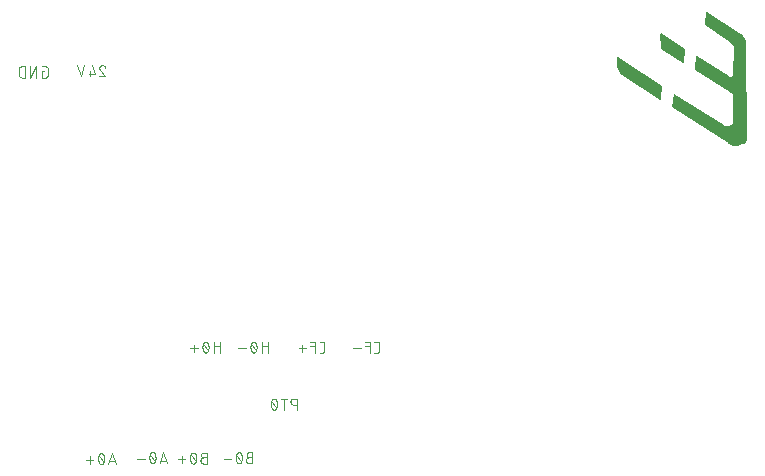
<source format=gbr>
G04 EAGLE Gerber RS-274X export*
G75*
%MOMM*%
%FSLAX34Y34*%
%LPD*%
%INSilkscreen Bottom*%
%IPPOS*%
%AMOC8*
5,1,8,0,0,1.08239X$1,22.5*%
G01*
%ADD10C,0.076200*%

G36*
X910878Y482846D02*
X910878Y482846D01*
X910906Y482854D01*
X910946Y482855D01*
X912768Y483271D01*
X912794Y483283D01*
X912833Y483292D01*
X914550Y484029D01*
X914553Y484031D01*
X914557Y484032D01*
X915520Y484468D01*
X915546Y484488D01*
X915590Y484509D01*
X916437Y485141D01*
X916459Y485167D01*
X916497Y485197D01*
X917189Y485996D01*
X917205Y486025D01*
X917236Y486063D01*
X917741Y486991D01*
X917750Y487024D01*
X917772Y487067D01*
X918067Y488082D01*
X918069Y488111D01*
X918081Y488215D01*
X918057Y488562D01*
X918061Y488588D01*
X918073Y488611D01*
X918072Y488646D01*
X918082Y488697D01*
X917828Y567941D01*
X917841Y569456D01*
X917835Y569480D01*
X917837Y569512D01*
X917626Y571013D01*
X917618Y571033D01*
X917617Y571052D01*
X917615Y571056D01*
X917614Y571068D01*
X917183Y572521D01*
X917171Y572542D01*
X917163Y572573D01*
X916523Y573947D01*
X916505Y573970D01*
X916488Y574006D01*
X915299Y575682D01*
X915279Y575700D01*
X915258Y575731D01*
X913805Y577184D01*
X913782Y577199D01*
X913756Y577225D01*
X912080Y578414D01*
X912074Y578416D01*
X912069Y578422D01*
X884637Y596456D01*
X884584Y596475D01*
X884535Y596503D01*
X884504Y596505D01*
X884474Y596515D01*
X884418Y596509D01*
X884362Y596512D01*
X884333Y596500D01*
X884302Y596497D01*
X884254Y596466D01*
X884202Y596444D01*
X884182Y596420D01*
X884156Y596404D01*
X884127Y596355D01*
X884090Y596312D01*
X884080Y596278D01*
X884066Y596255D01*
X884063Y596221D01*
X884049Y596173D01*
X883033Y585251D01*
X883040Y585207D01*
X883036Y585162D01*
X883051Y585122D01*
X883057Y585080D01*
X883082Y585042D01*
X883099Y585001D01*
X883135Y584965D01*
X883154Y584936D01*
X883177Y584923D01*
X883202Y584899D01*
X904269Y570939D01*
X905309Y570099D01*
X906162Y569092D01*
X906811Y567944D01*
X907234Y566694D01*
X907415Y565384D01*
X906655Y542835D01*
X906583Y542386D01*
X906412Y541992D01*
X906148Y541652D01*
X905808Y541388D01*
X905414Y541217D01*
X904983Y541148D01*
X904355Y541185D01*
X903738Y541339D01*
X903152Y541609D01*
X875996Y558867D01*
X875949Y558883D01*
X875907Y558908D01*
X875869Y558911D01*
X875832Y558924D01*
X875783Y558918D01*
X875734Y558922D01*
X875699Y558908D01*
X875660Y558903D01*
X875619Y558876D01*
X875574Y558857D01*
X875548Y558829D01*
X875516Y558807D01*
X875491Y558765D01*
X875458Y558728D01*
X875445Y558685D01*
X875429Y558658D01*
X875427Y558628D01*
X875414Y558590D01*
X874144Y547668D01*
X874150Y547616D01*
X874147Y547564D01*
X874160Y547531D01*
X874164Y547496D01*
X874192Y547452D01*
X874212Y547403D01*
X874242Y547375D01*
X874258Y547350D01*
X874285Y547334D01*
X874318Y547303D01*
X903768Y528516D01*
X905095Y527507D01*
X906225Y526307D01*
X906587Y525744D01*
X906826Y525123D01*
X906935Y524466D01*
X906908Y523763D01*
X906909Y523760D01*
X906908Y523757D01*
X906400Y502675D01*
X906400Y502674D01*
X906400Y502673D01*
X906389Y502070D01*
X906234Y501540D01*
X905945Y501070D01*
X905545Y500696D01*
X904510Y500186D01*
X904339Y500101D01*
X903030Y499692D01*
X901696Y499494D01*
X900627Y499630D01*
X899578Y499953D01*
X898586Y500457D01*
X856946Y526863D01*
X856899Y526879D01*
X856857Y526904D01*
X856819Y526907D01*
X856782Y526920D01*
X856733Y526914D01*
X856684Y526918D01*
X856649Y526903D01*
X856610Y526899D01*
X856569Y526872D01*
X856524Y526853D01*
X856498Y526824D01*
X856466Y526803D01*
X856441Y526761D01*
X856408Y526724D01*
X856394Y526681D01*
X856378Y526653D01*
X856376Y526624D01*
X856364Y526586D01*
X855094Y515664D01*
X855100Y515611D01*
X855097Y515558D01*
X855110Y515526D01*
X855114Y515492D01*
X855143Y515447D01*
X855163Y515398D01*
X855192Y515371D01*
X855208Y515346D01*
X855235Y515330D01*
X855268Y515299D01*
X901715Y485857D01*
X901939Y485633D01*
X901989Y485602D01*
X902034Y485564D01*
X902062Y485557D01*
X902086Y485542D01*
X902145Y485536D01*
X902180Y485527D01*
X903511Y484577D01*
X903530Y484569D01*
X903550Y484552D01*
X905189Y483656D01*
X905217Y483648D01*
X905252Y483628D01*
X907025Y483042D01*
X907055Y483039D01*
X907092Y483026D01*
X908943Y482769D01*
X908972Y482772D01*
X909012Y482766D01*
X910878Y482846D01*
G37*
G36*
X845328Y521853D02*
X845328Y521853D01*
X845387Y521851D01*
X845413Y521863D01*
X845441Y521866D01*
X845491Y521899D01*
X845545Y521923D01*
X845562Y521945D01*
X845586Y521961D01*
X845616Y522012D01*
X845654Y522058D01*
X845662Y522089D01*
X845675Y522110D01*
X845677Y522145D01*
X845691Y522198D01*
X846453Y533120D01*
X846447Y533160D01*
X846450Y533201D01*
X846433Y533244D01*
X846426Y533291D01*
X846402Y533324D01*
X846387Y533362D01*
X846346Y533402D01*
X846325Y533432D01*
X846305Y533442D01*
X846283Y533463D01*
X812003Y556063D01*
X808964Y558342D01*
X808887Y558376D01*
X808808Y558411D01*
X808807Y558411D01*
X808806Y558412D01*
X808721Y558408D01*
X808635Y558405D01*
X808634Y558404D01*
X808632Y558404D01*
X808557Y558362D01*
X808483Y558322D01*
X808482Y558321D01*
X808481Y558320D01*
X808431Y558248D01*
X808383Y558180D01*
X808383Y558179D01*
X808382Y558177D01*
X808380Y558165D01*
X808356Y558038D01*
X808356Y552196D01*
X808359Y552181D01*
X808357Y552163D01*
X808541Y550084D01*
X808550Y550057D01*
X808553Y550018D01*
X808590Y549882D01*
X808590Y549881D01*
X808693Y549501D01*
X808796Y549121D01*
X808899Y548741D01*
X809002Y548361D01*
X809002Y548360D01*
X809099Y548004D01*
X809109Y547984D01*
X809110Y547980D01*
X809114Y547972D01*
X809122Y547941D01*
X810013Y546054D01*
X810031Y546031D01*
X810047Y545996D01*
X811256Y544295D01*
X811277Y544276D01*
X811299Y544244D01*
X812787Y542781D01*
X812815Y542764D01*
X812848Y542733D01*
X845106Y521905D01*
X845162Y521885D01*
X845214Y521857D01*
X845242Y521856D01*
X845269Y521846D01*
X845328Y521853D01*
G37*
G36*
X864369Y552840D02*
X864369Y552840D01*
X864422Y552836D01*
X864454Y552850D01*
X864488Y552853D01*
X864533Y552882D01*
X864582Y552902D01*
X864605Y552928D01*
X864634Y552946D01*
X864662Y552992D01*
X864697Y553032D01*
X864709Y553070D01*
X864724Y553095D01*
X864726Y553127D01*
X864740Y553170D01*
X866010Y564600D01*
X866004Y564650D01*
X866008Y564700D01*
X865994Y564735D01*
X865989Y564772D01*
X865962Y564814D01*
X865943Y564861D01*
X865911Y564891D01*
X865895Y564917D01*
X865869Y564932D01*
X865838Y564961D01*
X845772Y577915D01*
X845701Y577941D01*
X845631Y577971D01*
X845620Y577970D01*
X845609Y577974D01*
X845534Y577965D01*
X845458Y577961D01*
X845448Y577955D01*
X845437Y577954D01*
X845373Y577912D01*
X845307Y577875D01*
X845301Y577865D01*
X845292Y577859D01*
X845253Y577794D01*
X845210Y577731D01*
X845208Y577719D01*
X845203Y577710D01*
X845201Y577673D01*
X845186Y577588D01*
X845440Y565396D01*
X845446Y565373D01*
X845444Y565349D01*
X845467Y565290D01*
X845483Y565228D01*
X845499Y565210D01*
X845507Y565188D01*
X845573Y565124D01*
X845596Y565097D01*
X845604Y565094D01*
X845611Y565086D01*
X864153Y552894D01*
X864203Y552876D01*
X864249Y552849D01*
X864283Y552847D01*
X864316Y552835D01*
X864369Y552840D01*
G37*
D10*
X372413Y551054D02*
X372318Y551052D01*
X372224Y551046D01*
X372130Y551037D01*
X372036Y551024D01*
X371943Y551007D01*
X371851Y550986D01*
X371759Y550961D01*
X371669Y550933D01*
X371580Y550901D01*
X371492Y550866D01*
X371406Y550827D01*
X371321Y550785D01*
X371238Y550739D01*
X371157Y550690D01*
X371078Y550638D01*
X371001Y550583D01*
X370927Y550524D01*
X370855Y550463D01*
X370785Y550399D01*
X370718Y550332D01*
X370654Y550262D01*
X370593Y550190D01*
X370534Y550116D01*
X370479Y550039D01*
X370427Y549960D01*
X370378Y549879D01*
X370332Y549796D01*
X370290Y549711D01*
X370251Y549625D01*
X370216Y549537D01*
X370184Y549448D01*
X370156Y549358D01*
X370131Y549266D01*
X370110Y549174D01*
X370093Y549081D01*
X370080Y548987D01*
X370071Y548893D01*
X370065Y548799D01*
X370063Y548704D01*
X372413Y551053D02*
X372521Y551051D01*
X372630Y551045D01*
X372738Y551035D01*
X372845Y551022D01*
X372952Y551004D01*
X373059Y550983D01*
X373164Y550958D01*
X373269Y550929D01*
X373372Y550897D01*
X373474Y550860D01*
X373575Y550820D01*
X373674Y550777D01*
X373772Y550730D01*
X373868Y550679D01*
X373962Y550625D01*
X374054Y550568D01*
X374144Y550507D01*
X374232Y550443D01*
X374317Y550377D01*
X374400Y550307D01*
X374480Y550234D01*
X374558Y550158D01*
X374633Y550080D01*
X374705Y549999D01*
X374774Y549915D01*
X374840Y549829D01*
X374903Y549741D01*
X374962Y549650D01*
X375019Y549558D01*
X375072Y549463D01*
X375121Y549366D01*
X375167Y549268D01*
X375210Y549169D01*
X375249Y549067D01*
X375284Y548965D01*
X370847Y546876D02*
X370778Y546945D01*
X370712Y547016D01*
X370648Y547089D01*
X370587Y547165D01*
X370529Y547244D01*
X370475Y547324D01*
X370423Y547407D01*
X370375Y547491D01*
X370329Y547577D01*
X370288Y547665D01*
X370249Y547755D01*
X370214Y547846D01*
X370183Y547938D01*
X370155Y548031D01*
X370131Y548125D01*
X370111Y548220D01*
X370094Y548316D01*
X370081Y548413D01*
X370072Y548510D01*
X370066Y548607D01*
X370064Y548704D01*
X370847Y546876D02*
X375285Y541655D01*
X370064Y541655D01*
X366141Y543743D02*
X364053Y551053D01*
X366141Y543743D02*
X360920Y543743D01*
X362486Y545832D02*
X362486Y541655D01*
X354387Y541655D02*
X357519Y551053D01*
X351254Y551053D02*
X354387Y541655D01*
X322862Y545860D02*
X321296Y545860D01*
X321296Y540639D01*
X324429Y540639D01*
X324518Y540641D01*
X324606Y540647D01*
X324694Y540656D01*
X324782Y540669D01*
X324869Y540686D01*
X324955Y540706D01*
X325040Y540731D01*
X325125Y540758D01*
X325208Y540790D01*
X325289Y540824D01*
X325369Y540863D01*
X325447Y540904D01*
X325524Y540949D01*
X325598Y540997D01*
X325671Y541048D01*
X325741Y541102D01*
X325808Y541160D01*
X325874Y541220D01*
X325936Y541282D01*
X325996Y541348D01*
X326054Y541415D01*
X326108Y541485D01*
X326159Y541558D01*
X326207Y541632D01*
X326252Y541709D01*
X326293Y541787D01*
X326332Y541867D01*
X326366Y541948D01*
X326398Y542031D01*
X326425Y542116D01*
X326450Y542201D01*
X326470Y542287D01*
X326487Y542374D01*
X326500Y542462D01*
X326509Y542550D01*
X326515Y542638D01*
X326517Y542727D01*
X326517Y547949D01*
X326515Y548038D01*
X326509Y548126D01*
X326500Y548214D01*
X326487Y548302D01*
X326470Y548389D01*
X326450Y548475D01*
X326425Y548560D01*
X326398Y548645D01*
X326366Y548728D01*
X326332Y548809D01*
X326293Y548889D01*
X326252Y548967D01*
X326207Y549044D01*
X326159Y549118D01*
X326108Y549191D01*
X326054Y549261D01*
X325996Y549328D01*
X325936Y549394D01*
X325874Y549456D01*
X325808Y549516D01*
X325741Y549574D01*
X325671Y549628D01*
X325598Y549679D01*
X325524Y549727D01*
X325447Y549772D01*
X325369Y549813D01*
X325289Y549852D01*
X325208Y549886D01*
X325125Y549918D01*
X325040Y549945D01*
X324955Y549970D01*
X324869Y549990D01*
X324782Y550007D01*
X324694Y550020D01*
X324606Y550029D01*
X324518Y550035D01*
X324429Y550037D01*
X321296Y550037D01*
X316763Y550037D02*
X316763Y540639D01*
X311542Y540639D02*
X316763Y550037D01*
X311542Y550037D02*
X311542Y540639D01*
X307010Y540639D02*
X307010Y550037D01*
X304399Y550037D01*
X304299Y550035D01*
X304199Y550029D01*
X304100Y550020D01*
X304000Y550006D01*
X303902Y549989D01*
X303804Y549968D01*
X303707Y549944D01*
X303611Y549915D01*
X303516Y549883D01*
X303423Y549848D01*
X303331Y549809D01*
X303240Y549766D01*
X303152Y549720D01*
X303065Y549670D01*
X302980Y549618D01*
X302897Y549562D01*
X302816Y549503D01*
X302738Y549440D01*
X302662Y549375D01*
X302588Y549307D01*
X302518Y549237D01*
X302450Y549163D01*
X302385Y549087D01*
X302322Y549009D01*
X302263Y548928D01*
X302207Y548845D01*
X302155Y548760D01*
X302105Y548673D01*
X302059Y548585D01*
X302016Y548494D01*
X301977Y548402D01*
X301942Y548309D01*
X301910Y548214D01*
X301881Y548118D01*
X301857Y548021D01*
X301836Y547923D01*
X301819Y547825D01*
X301805Y547725D01*
X301796Y547626D01*
X301790Y547526D01*
X301788Y547426D01*
X301789Y547426D02*
X301789Y543250D01*
X301788Y543250D02*
X301790Y543150D01*
X301796Y543050D01*
X301805Y542951D01*
X301819Y542851D01*
X301836Y542753D01*
X301857Y542655D01*
X301881Y542558D01*
X301910Y542462D01*
X301942Y542367D01*
X301977Y542274D01*
X302016Y542182D01*
X302059Y542091D01*
X302105Y542003D01*
X302155Y541916D01*
X302207Y541831D01*
X302263Y541748D01*
X302322Y541667D01*
X302385Y541589D01*
X302450Y541513D01*
X302518Y541439D01*
X302588Y541369D01*
X302662Y541301D01*
X302738Y541236D01*
X302816Y541173D01*
X302897Y541114D01*
X302980Y541058D01*
X303065Y541006D01*
X303152Y540956D01*
X303240Y540910D01*
X303331Y540867D01*
X303423Y540828D01*
X303516Y540793D01*
X303611Y540761D01*
X303707Y540732D01*
X303804Y540708D01*
X303902Y540687D01*
X304000Y540670D01*
X304100Y540656D01*
X304199Y540647D01*
X304299Y540641D01*
X304399Y540639D01*
X307010Y540639D01*
X603010Y307721D02*
X605099Y307721D01*
X605188Y307723D01*
X605276Y307729D01*
X605364Y307738D01*
X605452Y307751D01*
X605539Y307768D01*
X605625Y307788D01*
X605710Y307813D01*
X605795Y307840D01*
X605878Y307872D01*
X605959Y307906D01*
X606039Y307945D01*
X606117Y307986D01*
X606194Y308031D01*
X606268Y308079D01*
X606341Y308130D01*
X606411Y308184D01*
X606478Y308242D01*
X606544Y308302D01*
X606606Y308364D01*
X606666Y308430D01*
X606724Y308497D01*
X606778Y308567D01*
X606829Y308640D01*
X606877Y308714D01*
X606922Y308791D01*
X606963Y308869D01*
X607002Y308949D01*
X607036Y309030D01*
X607068Y309113D01*
X607095Y309198D01*
X607120Y309283D01*
X607140Y309369D01*
X607157Y309456D01*
X607170Y309544D01*
X607179Y309632D01*
X607185Y309720D01*
X607187Y309809D01*
X607187Y315031D01*
X607185Y315120D01*
X607179Y315208D01*
X607170Y315296D01*
X607157Y315384D01*
X607140Y315471D01*
X607120Y315557D01*
X607095Y315642D01*
X607068Y315727D01*
X607036Y315810D01*
X607002Y315891D01*
X606963Y315971D01*
X606922Y316049D01*
X606877Y316126D01*
X606829Y316200D01*
X606778Y316273D01*
X606724Y316343D01*
X606666Y316410D01*
X606606Y316476D01*
X606544Y316538D01*
X606478Y316598D01*
X606411Y316656D01*
X606341Y316710D01*
X606268Y316761D01*
X606194Y316809D01*
X606117Y316854D01*
X606039Y316895D01*
X605959Y316934D01*
X605878Y316968D01*
X605795Y317000D01*
X605710Y317027D01*
X605625Y317052D01*
X605539Y317072D01*
X605452Y317089D01*
X605364Y317102D01*
X605276Y317111D01*
X605188Y317117D01*
X605099Y317119D01*
X603010Y317119D01*
X599219Y317119D02*
X599219Y307721D01*
X599219Y317119D02*
X595042Y317119D01*
X595042Y312942D02*
X599219Y312942D01*
X591529Y311376D02*
X585264Y311376D01*
X558617Y307721D02*
X556528Y307721D01*
X558617Y307721D02*
X558706Y307723D01*
X558794Y307729D01*
X558882Y307738D01*
X558970Y307751D01*
X559057Y307768D01*
X559143Y307788D01*
X559228Y307813D01*
X559313Y307840D01*
X559396Y307872D01*
X559477Y307906D01*
X559557Y307945D01*
X559635Y307986D01*
X559712Y308031D01*
X559786Y308079D01*
X559859Y308130D01*
X559929Y308184D01*
X559996Y308242D01*
X560062Y308302D01*
X560124Y308364D01*
X560184Y308430D01*
X560242Y308497D01*
X560296Y308567D01*
X560347Y308640D01*
X560395Y308714D01*
X560440Y308791D01*
X560481Y308869D01*
X560520Y308949D01*
X560554Y309030D01*
X560586Y309113D01*
X560613Y309198D01*
X560638Y309283D01*
X560658Y309369D01*
X560675Y309456D01*
X560688Y309544D01*
X560697Y309632D01*
X560703Y309720D01*
X560705Y309809D01*
X560705Y315031D01*
X560703Y315120D01*
X560697Y315208D01*
X560688Y315296D01*
X560675Y315384D01*
X560658Y315471D01*
X560638Y315557D01*
X560613Y315642D01*
X560586Y315727D01*
X560554Y315810D01*
X560520Y315891D01*
X560481Y315971D01*
X560440Y316049D01*
X560395Y316126D01*
X560347Y316200D01*
X560296Y316273D01*
X560242Y316343D01*
X560184Y316410D01*
X560124Y316476D01*
X560062Y316538D01*
X559996Y316598D01*
X559929Y316656D01*
X559859Y316710D01*
X559786Y316761D01*
X559712Y316809D01*
X559635Y316854D01*
X559557Y316895D01*
X559477Y316934D01*
X559396Y316968D01*
X559313Y317000D01*
X559228Y317027D01*
X559143Y317052D01*
X559057Y317072D01*
X558970Y317089D01*
X558882Y317102D01*
X558794Y317111D01*
X558706Y317117D01*
X558617Y317119D01*
X556528Y317119D01*
X552737Y317119D02*
X552737Y307721D01*
X552737Y317119D02*
X548560Y317119D01*
X548560Y312942D02*
X552737Y312942D01*
X545047Y311376D02*
X538782Y311376D01*
X541914Y314508D02*
X541914Y308243D01*
X537083Y268859D02*
X537083Y259461D01*
X537083Y268859D02*
X534472Y268859D01*
X534371Y268857D01*
X534270Y268851D01*
X534169Y268841D01*
X534069Y268828D01*
X533969Y268810D01*
X533870Y268789D01*
X533772Y268763D01*
X533675Y268734D01*
X533579Y268702D01*
X533485Y268665D01*
X533392Y268625D01*
X533300Y268581D01*
X533211Y268534D01*
X533123Y268483D01*
X533037Y268429D01*
X532954Y268372D01*
X532872Y268312D01*
X532794Y268248D01*
X532717Y268182D01*
X532644Y268112D01*
X532573Y268040D01*
X532505Y267965D01*
X532440Y267887D01*
X532378Y267807D01*
X532319Y267725D01*
X532263Y267640D01*
X532211Y267554D01*
X532162Y267465D01*
X532116Y267374D01*
X532075Y267282D01*
X532036Y267188D01*
X532002Y267093D01*
X531971Y266997D01*
X531944Y266899D01*
X531920Y266801D01*
X531901Y266701D01*
X531885Y266601D01*
X531873Y266501D01*
X531865Y266400D01*
X531861Y266299D01*
X531861Y266197D01*
X531865Y266096D01*
X531873Y265995D01*
X531885Y265895D01*
X531901Y265795D01*
X531920Y265695D01*
X531944Y265597D01*
X531971Y265499D01*
X532002Y265403D01*
X532036Y265308D01*
X532075Y265214D01*
X532116Y265122D01*
X532162Y265031D01*
X532211Y264943D01*
X532263Y264856D01*
X532319Y264771D01*
X532378Y264689D01*
X532440Y264609D01*
X532505Y264531D01*
X532573Y264456D01*
X532644Y264384D01*
X532717Y264314D01*
X532794Y264248D01*
X532872Y264184D01*
X532954Y264124D01*
X533037Y264067D01*
X533123Y264013D01*
X533211Y263962D01*
X533300Y263915D01*
X533392Y263871D01*
X533485Y263831D01*
X533579Y263794D01*
X533675Y263762D01*
X533772Y263733D01*
X533870Y263707D01*
X533969Y263686D01*
X534069Y263668D01*
X534169Y263655D01*
X534270Y263645D01*
X534371Y263639D01*
X534472Y263637D01*
X534472Y263638D02*
X537083Y263638D01*
X526374Y259461D02*
X526374Y268859D01*
X523764Y268859D02*
X528985Y268859D01*
X519668Y267554D02*
X519747Y267387D01*
X519822Y267218D01*
X519893Y267047D01*
X519960Y266875D01*
X520022Y266701D01*
X520081Y266525D01*
X520135Y266349D01*
X520185Y266171D01*
X520231Y265991D01*
X520273Y265811D01*
X520310Y265630D01*
X520343Y265448D01*
X520372Y265266D01*
X520396Y265082D01*
X520416Y264898D01*
X520431Y264714D01*
X520442Y264530D01*
X520449Y264345D01*
X520451Y264160D01*
X519668Y267554D02*
X519638Y267634D01*
X519605Y267713D01*
X519568Y267790D01*
X519528Y267866D01*
X519485Y267940D01*
X519439Y268012D01*
X519389Y268081D01*
X519337Y268149D01*
X519281Y268214D01*
X519223Y268277D01*
X519161Y268336D01*
X519098Y268394D01*
X519031Y268448D01*
X518963Y268499D01*
X518892Y268547D01*
X518819Y268592D01*
X518745Y268634D01*
X518668Y268672D01*
X518590Y268707D01*
X518511Y268739D01*
X518430Y268767D01*
X518348Y268791D01*
X518264Y268812D01*
X518181Y268829D01*
X518096Y268842D01*
X518011Y268851D01*
X517926Y268857D01*
X517840Y268859D01*
X517754Y268857D01*
X517669Y268851D01*
X517584Y268842D01*
X517499Y268829D01*
X517416Y268812D01*
X517332Y268791D01*
X517250Y268767D01*
X517170Y268739D01*
X517090Y268707D01*
X517012Y268672D01*
X516935Y268634D01*
X516861Y268592D01*
X516788Y268547D01*
X516717Y268499D01*
X516649Y268448D01*
X516582Y268394D01*
X516519Y268336D01*
X516458Y268277D01*
X516399Y268214D01*
X516344Y268149D01*
X516291Y268081D01*
X516241Y268012D01*
X516195Y267940D01*
X516152Y267866D01*
X516112Y267790D01*
X516075Y267713D01*
X516042Y267634D01*
X516012Y267554D01*
X515933Y267387D01*
X515858Y267218D01*
X515787Y267047D01*
X515720Y266875D01*
X515658Y266701D01*
X515599Y266525D01*
X515545Y266349D01*
X515495Y266171D01*
X515449Y265991D01*
X515407Y265811D01*
X515370Y265630D01*
X515337Y265448D01*
X515308Y265266D01*
X515284Y265082D01*
X515264Y264898D01*
X515249Y264714D01*
X515238Y264530D01*
X515231Y264345D01*
X515229Y264160D01*
X520450Y264160D02*
X520448Y263975D01*
X520441Y263790D01*
X520430Y263606D01*
X520415Y263422D01*
X520395Y263238D01*
X520371Y263054D01*
X520342Y262872D01*
X520309Y262690D01*
X520272Y262509D01*
X520230Y262329D01*
X520184Y262149D01*
X520134Y261971D01*
X520080Y261795D01*
X520021Y261619D01*
X519959Y261445D01*
X519892Y261273D01*
X519821Y261102D01*
X519746Y260933D01*
X519667Y260766D01*
X519668Y260766D02*
X519638Y260686D01*
X519605Y260607D01*
X519568Y260530D01*
X519528Y260454D01*
X519485Y260380D01*
X519439Y260308D01*
X519389Y260239D01*
X519336Y260171D01*
X519281Y260106D01*
X519222Y260043D01*
X519161Y259984D01*
X519098Y259926D01*
X519031Y259872D01*
X518963Y259821D01*
X518892Y259773D01*
X518819Y259728D01*
X518745Y259686D01*
X518668Y259648D01*
X518590Y259613D01*
X518511Y259581D01*
X518430Y259553D01*
X518348Y259529D01*
X518264Y259508D01*
X518181Y259491D01*
X518096Y259478D01*
X518011Y259469D01*
X517926Y259463D01*
X517840Y259461D01*
X516012Y260766D02*
X515933Y260933D01*
X515858Y261102D01*
X515787Y261273D01*
X515720Y261445D01*
X515658Y261619D01*
X515599Y261795D01*
X515545Y261971D01*
X515495Y262149D01*
X515449Y262329D01*
X515407Y262509D01*
X515370Y262690D01*
X515337Y262872D01*
X515308Y263054D01*
X515284Y263238D01*
X515264Y263422D01*
X515249Y263606D01*
X515238Y263790D01*
X515231Y263975D01*
X515229Y264160D01*
X516012Y260766D02*
X516042Y260686D01*
X516075Y260607D01*
X516112Y260530D01*
X516152Y260454D01*
X516195Y260380D01*
X516241Y260308D01*
X516291Y260239D01*
X516344Y260171D01*
X516399Y260106D01*
X516458Y260043D01*
X516519Y259984D01*
X516582Y259926D01*
X516649Y259872D01*
X516717Y259821D01*
X516788Y259773D01*
X516861Y259728D01*
X516935Y259686D01*
X517012Y259648D01*
X517090Y259613D01*
X517170Y259581D01*
X517250Y259553D01*
X517332Y259529D01*
X517416Y259508D01*
X517499Y259491D01*
X517584Y259478D01*
X517669Y259469D01*
X517754Y259463D01*
X517840Y259461D01*
X519928Y261549D02*
X515751Y266771D01*
X512699Y307721D02*
X512699Y317119D01*
X512699Y312942D02*
X507478Y312942D01*
X507478Y317119D02*
X507478Y307721D01*
X503251Y312420D02*
X503249Y312605D01*
X503242Y312790D01*
X503231Y312974D01*
X503216Y313158D01*
X503196Y313342D01*
X503172Y313526D01*
X503143Y313708D01*
X503110Y313890D01*
X503073Y314071D01*
X503031Y314251D01*
X502985Y314431D01*
X502935Y314609D01*
X502881Y314785D01*
X502822Y314961D01*
X502760Y315135D01*
X502693Y315307D01*
X502622Y315478D01*
X502547Y315647D01*
X502468Y315814D01*
X502438Y315894D01*
X502405Y315973D01*
X502368Y316050D01*
X502328Y316126D01*
X502285Y316200D01*
X502239Y316272D01*
X502189Y316341D01*
X502137Y316409D01*
X502081Y316474D01*
X502023Y316537D01*
X501961Y316596D01*
X501898Y316654D01*
X501831Y316708D01*
X501763Y316759D01*
X501692Y316807D01*
X501619Y316852D01*
X501545Y316894D01*
X501468Y316932D01*
X501390Y316967D01*
X501311Y316999D01*
X501230Y317027D01*
X501148Y317051D01*
X501064Y317072D01*
X500981Y317089D01*
X500896Y317102D01*
X500811Y317111D01*
X500726Y317117D01*
X500640Y317119D01*
X500554Y317117D01*
X500469Y317111D01*
X500384Y317102D01*
X500299Y317089D01*
X500216Y317072D01*
X500132Y317051D01*
X500050Y317027D01*
X499970Y316999D01*
X499890Y316967D01*
X499812Y316932D01*
X499735Y316894D01*
X499661Y316852D01*
X499588Y316807D01*
X499517Y316759D01*
X499449Y316708D01*
X499382Y316654D01*
X499319Y316596D01*
X499258Y316537D01*
X499199Y316474D01*
X499144Y316409D01*
X499091Y316341D01*
X499041Y316272D01*
X498995Y316200D01*
X498952Y316126D01*
X498912Y316050D01*
X498875Y315973D01*
X498842Y315894D01*
X498812Y315814D01*
X498733Y315647D01*
X498658Y315478D01*
X498587Y315307D01*
X498520Y315135D01*
X498458Y314961D01*
X498399Y314785D01*
X498345Y314609D01*
X498295Y314431D01*
X498249Y314251D01*
X498207Y314071D01*
X498170Y313890D01*
X498137Y313708D01*
X498108Y313526D01*
X498084Y313342D01*
X498064Y313158D01*
X498049Y312974D01*
X498038Y312790D01*
X498031Y312605D01*
X498029Y312420D01*
X503250Y312420D02*
X503248Y312235D01*
X503241Y312050D01*
X503230Y311866D01*
X503215Y311682D01*
X503195Y311498D01*
X503171Y311314D01*
X503142Y311132D01*
X503109Y310950D01*
X503072Y310769D01*
X503030Y310589D01*
X502984Y310409D01*
X502934Y310231D01*
X502880Y310055D01*
X502821Y309879D01*
X502759Y309705D01*
X502692Y309533D01*
X502621Y309362D01*
X502546Y309193D01*
X502467Y309026D01*
X502468Y309026D02*
X502438Y308946D01*
X502405Y308867D01*
X502368Y308790D01*
X502328Y308714D01*
X502285Y308640D01*
X502239Y308568D01*
X502189Y308499D01*
X502136Y308431D01*
X502081Y308366D01*
X502022Y308303D01*
X501961Y308244D01*
X501898Y308186D01*
X501831Y308132D01*
X501763Y308081D01*
X501692Y308033D01*
X501619Y307988D01*
X501545Y307946D01*
X501468Y307908D01*
X501390Y307873D01*
X501311Y307841D01*
X501230Y307813D01*
X501148Y307789D01*
X501064Y307768D01*
X500981Y307751D01*
X500896Y307738D01*
X500811Y307729D01*
X500726Y307723D01*
X500640Y307721D01*
X498812Y309026D02*
X498733Y309193D01*
X498658Y309362D01*
X498587Y309533D01*
X498520Y309705D01*
X498458Y309879D01*
X498399Y310055D01*
X498345Y310231D01*
X498295Y310409D01*
X498249Y310589D01*
X498207Y310769D01*
X498170Y310950D01*
X498137Y311132D01*
X498108Y311314D01*
X498084Y311498D01*
X498064Y311682D01*
X498049Y311866D01*
X498038Y312050D01*
X498031Y312235D01*
X498029Y312420D01*
X498812Y309026D02*
X498842Y308946D01*
X498875Y308867D01*
X498912Y308790D01*
X498952Y308714D01*
X498995Y308640D01*
X499041Y308568D01*
X499091Y308499D01*
X499144Y308431D01*
X499199Y308366D01*
X499258Y308303D01*
X499319Y308244D01*
X499382Y308186D01*
X499449Y308132D01*
X499517Y308081D01*
X499588Y308033D01*
X499661Y307988D01*
X499735Y307946D01*
X499812Y307908D01*
X499890Y307873D01*
X499970Y307841D01*
X500050Y307813D01*
X500132Y307789D01*
X500216Y307768D01*
X500299Y307751D01*
X500384Y307738D01*
X500469Y307729D01*
X500554Y307723D01*
X500640Y307721D01*
X502728Y309809D02*
X498551Y315031D01*
X494019Y311376D02*
X487753Y311376D01*
X472059Y307721D02*
X472059Y317119D01*
X472059Y312942D02*
X466838Y312942D01*
X466838Y317119D02*
X466838Y307721D01*
X462611Y312420D02*
X462609Y312605D01*
X462602Y312790D01*
X462591Y312974D01*
X462576Y313158D01*
X462556Y313342D01*
X462532Y313526D01*
X462503Y313708D01*
X462470Y313890D01*
X462433Y314071D01*
X462391Y314251D01*
X462345Y314431D01*
X462295Y314609D01*
X462241Y314785D01*
X462182Y314961D01*
X462120Y315135D01*
X462053Y315307D01*
X461982Y315478D01*
X461907Y315647D01*
X461828Y315814D01*
X461798Y315894D01*
X461765Y315973D01*
X461728Y316050D01*
X461688Y316126D01*
X461645Y316200D01*
X461599Y316272D01*
X461549Y316341D01*
X461497Y316409D01*
X461441Y316474D01*
X461383Y316537D01*
X461321Y316596D01*
X461258Y316654D01*
X461191Y316708D01*
X461123Y316759D01*
X461052Y316807D01*
X460979Y316852D01*
X460905Y316894D01*
X460828Y316932D01*
X460750Y316967D01*
X460671Y316999D01*
X460590Y317027D01*
X460508Y317051D01*
X460424Y317072D01*
X460341Y317089D01*
X460256Y317102D01*
X460171Y317111D01*
X460086Y317117D01*
X460000Y317119D01*
X459914Y317117D01*
X459829Y317111D01*
X459744Y317102D01*
X459659Y317089D01*
X459576Y317072D01*
X459492Y317051D01*
X459410Y317027D01*
X459330Y316999D01*
X459250Y316967D01*
X459172Y316932D01*
X459095Y316894D01*
X459021Y316852D01*
X458948Y316807D01*
X458877Y316759D01*
X458809Y316708D01*
X458742Y316654D01*
X458679Y316596D01*
X458618Y316537D01*
X458559Y316474D01*
X458504Y316409D01*
X458451Y316341D01*
X458401Y316272D01*
X458355Y316200D01*
X458312Y316126D01*
X458272Y316050D01*
X458235Y315973D01*
X458202Y315894D01*
X458172Y315814D01*
X458093Y315647D01*
X458018Y315478D01*
X457947Y315307D01*
X457880Y315135D01*
X457818Y314961D01*
X457759Y314785D01*
X457705Y314609D01*
X457655Y314431D01*
X457609Y314251D01*
X457567Y314071D01*
X457530Y313890D01*
X457497Y313708D01*
X457468Y313526D01*
X457444Y313342D01*
X457424Y313158D01*
X457409Y312974D01*
X457398Y312790D01*
X457391Y312605D01*
X457389Y312420D01*
X462610Y312420D02*
X462608Y312235D01*
X462601Y312050D01*
X462590Y311866D01*
X462575Y311682D01*
X462555Y311498D01*
X462531Y311314D01*
X462502Y311132D01*
X462469Y310950D01*
X462432Y310769D01*
X462390Y310589D01*
X462344Y310409D01*
X462294Y310231D01*
X462240Y310055D01*
X462181Y309879D01*
X462119Y309705D01*
X462052Y309533D01*
X461981Y309362D01*
X461906Y309193D01*
X461827Y309026D01*
X461828Y309026D02*
X461798Y308946D01*
X461765Y308867D01*
X461728Y308790D01*
X461688Y308714D01*
X461645Y308640D01*
X461599Y308568D01*
X461549Y308499D01*
X461496Y308431D01*
X461441Y308366D01*
X461382Y308303D01*
X461321Y308244D01*
X461258Y308186D01*
X461191Y308132D01*
X461123Y308081D01*
X461052Y308033D01*
X460979Y307988D01*
X460905Y307946D01*
X460828Y307908D01*
X460750Y307873D01*
X460671Y307841D01*
X460590Y307813D01*
X460508Y307789D01*
X460424Y307768D01*
X460341Y307751D01*
X460256Y307738D01*
X460171Y307729D01*
X460086Y307723D01*
X460000Y307721D01*
X458172Y309026D02*
X458093Y309193D01*
X458018Y309362D01*
X457947Y309533D01*
X457880Y309705D01*
X457818Y309879D01*
X457759Y310055D01*
X457705Y310231D01*
X457655Y310409D01*
X457609Y310589D01*
X457567Y310769D01*
X457530Y310950D01*
X457497Y311132D01*
X457468Y311314D01*
X457444Y311498D01*
X457424Y311682D01*
X457409Y311866D01*
X457398Y312050D01*
X457391Y312235D01*
X457389Y312420D01*
X458172Y309026D02*
X458202Y308946D01*
X458235Y308867D01*
X458272Y308790D01*
X458312Y308714D01*
X458355Y308640D01*
X458401Y308568D01*
X458451Y308499D01*
X458504Y308431D01*
X458559Y308366D01*
X458618Y308303D01*
X458679Y308244D01*
X458742Y308186D01*
X458809Y308132D01*
X458877Y308081D01*
X458948Y308033D01*
X459021Y307988D01*
X459095Y307946D01*
X459172Y307908D01*
X459250Y307873D01*
X459330Y307841D01*
X459410Y307813D01*
X459492Y307789D01*
X459576Y307768D01*
X459659Y307751D01*
X459744Y307738D01*
X459829Y307729D01*
X459914Y307723D01*
X460000Y307721D01*
X462088Y309809D02*
X457911Y315031D01*
X453379Y311376D02*
X447113Y311376D01*
X450246Y308243D02*
X450246Y314508D01*
X380788Y222631D02*
X383921Y213233D01*
X377656Y213233D02*
X380788Y222631D01*
X378439Y215583D02*
X383138Y215583D01*
X374255Y217932D02*
X374253Y218117D01*
X374246Y218302D01*
X374235Y218486D01*
X374220Y218670D01*
X374200Y218854D01*
X374176Y219038D01*
X374147Y219220D01*
X374114Y219402D01*
X374077Y219583D01*
X374035Y219763D01*
X373989Y219943D01*
X373939Y220121D01*
X373885Y220297D01*
X373826Y220473D01*
X373764Y220647D01*
X373697Y220819D01*
X373626Y220990D01*
X373551Y221159D01*
X373472Y221326D01*
X373442Y221406D01*
X373409Y221485D01*
X373372Y221562D01*
X373332Y221638D01*
X373289Y221712D01*
X373243Y221784D01*
X373193Y221853D01*
X373141Y221921D01*
X373085Y221986D01*
X373027Y222049D01*
X372965Y222108D01*
X372902Y222166D01*
X372835Y222220D01*
X372767Y222271D01*
X372696Y222319D01*
X372623Y222364D01*
X372549Y222406D01*
X372472Y222444D01*
X372394Y222479D01*
X372315Y222511D01*
X372234Y222539D01*
X372152Y222563D01*
X372068Y222584D01*
X371985Y222601D01*
X371900Y222614D01*
X371815Y222623D01*
X371730Y222629D01*
X371644Y222631D01*
X371558Y222629D01*
X371473Y222623D01*
X371388Y222614D01*
X371303Y222601D01*
X371220Y222584D01*
X371136Y222563D01*
X371054Y222539D01*
X370974Y222511D01*
X370894Y222479D01*
X370816Y222444D01*
X370739Y222406D01*
X370665Y222364D01*
X370592Y222319D01*
X370521Y222271D01*
X370453Y222220D01*
X370386Y222166D01*
X370323Y222108D01*
X370262Y222049D01*
X370203Y221986D01*
X370148Y221921D01*
X370095Y221853D01*
X370045Y221784D01*
X369999Y221712D01*
X369956Y221638D01*
X369916Y221562D01*
X369879Y221485D01*
X369846Y221406D01*
X369816Y221326D01*
X369817Y221326D02*
X369738Y221159D01*
X369663Y220990D01*
X369592Y220819D01*
X369525Y220647D01*
X369463Y220473D01*
X369404Y220297D01*
X369350Y220121D01*
X369300Y219943D01*
X369254Y219763D01*
X369212Y219583D01*
X369175Y219402D01*
X369142Y219220D01*
X369113Y219038D01*
X369089Y218854D01*
X369069Y218670D01*
X369054Y218486D01*
X369043Y218302D01*
X369036Y218117D01*
X369034Y217932D01*
X374255Y217932D02*
X374253Y217747D01*
X374246Y217562D01*
X374235Y217378D01*
X374220Y217194D01*
X374200Y217010D01*
X374176Y216826D01*
X374147Y216644D01*
X374114Y216462D01*
X374077Y216281D01*
X374035Y216101D01*
X373989Y215921D01*
X373939Y215743D01*
X373885Y215567D01*
X373826Y215391D01*
X373764Y215217D01*
X373697Y215045D01*
X373626Y214874D01*
X373551Y214705D01*
X373472Y214538D01*
X373442Y214458D01*
X373409Y214379D01*
X373372Y214302D01*
X373332Y214226D01*
X373289Y214152D01*
X373243Y214080D01*
X373193Y214011D01*
X373140Y213943D01*
X373085Y213878D01*
X373026Y213815D01*
X372965Y213756D01*
X372902Y213698D01*
X372835Y213644D01*
X372767Y213593D01*
X372696Y213545D01*
X372623Y213500D01*
X372549Y213458D01*
X372472Y213420D01*
X372394Y213385D01*
X372315Y213353D01*
X372234Y213325D01*
X372152Y213301D01*
X372068Y213280D01*
X371985Y213263D01*
X371900Y213250D01*
X371815Y213241D01*
X371730Y213235D01*
X371644Y213233D01*
X369817Y214538D02*
X369738Y214705D01*
X369663Y214874D01*
X369592Y215045D01*
X369525Y215217D01*
X369463Y215391D01*
X369404Y215567D01*
X369350Y215743D01*
X369300Y215921D01*
X369254Y216101D01*
X369212Y216281D01*
X369175Y216462D01*
X369142Y216644D01*
X369113Y216826D01*
X369089Y217010D01*
X369069Y217194D01*
X369054Y217378D01*
X369043Y217562D01*
X369036Y217747D01*
X369034Y217932D01*
X369816Y214538D02*
X369846Y214458D01*
X369879Y214379D01*
X369916Y214302D01*
X369956Y214226D01*
X369999Y214152D01*
X370045Y214080D01*
X370095Y214011D01*
X370148Y213943D01*
X370203Y213878D01*
X370262Y213815D01*
X370323Y213756D01*
X370386Y213698D01*
X370453Y213644D01*
X370521Y213593D01*
X370592Y213545D01*
X370665Y213500D01*
X370739Y213458D01*
X370816Y213420D01*
X370894Y213385D01*
X370974Y213353D01*
X371054Y213325D01*
X371136Y213301D01*
X371220Y213280D01*
X371303Y213263D01*
X371388Y213250D01*
X371473Y213241D01*
X371558Y213235D01*
X371644Y213233D01*
X373733Y215321D02*
X369556Y220543D01*
X365023Y216888D02*
X358758Y216888D01*
X361891Y213755D02*
X361891Y220020D01*
X424222Y223393D02*
X427355Y213995D01*
X421090Y213995D02*
X424222Y223393D01*
X421873Y216345D02*
X426572Y216345D01*
X417689Y218694D02*
X417687Y218879D01*
X417680Y219064D01*
X417669Y219248D01*
X417654Y219432D01*
X417634Y219616D01*
X417610Y219800D01*
X417581Y219982D01*
X417548Y220164D01*
X417511Y220345D01*
X417469Y220525D01*
X417423Y220705D01*
X417373Y220883D01*
X417319Y221059D01*
X417260Y221235D01*
X417198Y221409D01*
X417131Y221581D01*
X417060Y221752D01*
X416985Y221921D01*
X416906Y222088D01*
X416876Y222168D01*
X416843Y222247D01*
X416806Y222324D01*
X416766Y222400D01*
X416723Y222474D01*
X416677Y222546D01*
X416627Y222615D01*
X416575Y222683D01*
X416519Y222748D01*
X416461Y222811D01*
X416399Y222870D01*
X416336Y222928D01*
X416269Y222982D01*
X416201Y223033D01*
X416130Y223081D01*
X416057Y223126D01*
X415983Y223168D01*
X415906Y223206D01*
X415828Y223241D01*
X415749Y223273D01*
X415668Y223301D01*
X415586Y223325D01*
X415502Y223346D01*
X415419Y223363D01*
X415334Y223376D01*
X415249Y223385D01*
X415164Y223391D01*
X415078Y223393D01*
X414992Y223391D01*
X414907Y223385D01*
X414822Y223376D01*
X414737Y223363D01*
X414654Y223346D01*
X414570Y223325D01*
X414488Y223301D01*
X414408Y223273D01*
X414328Y223241D01*
X414250Y223206D01*
X414173Y223168D01*
X414099Y223126D01*
X414026Y223081D01*
X413955Y223033D01*
X413887Y222982D01*
X413820Y222928D01*
X413757Y222870D01*
X413696Y222811D01*
X413637Y222748D01*
X413582Y222683D01*
X413529Y222615D01*
X413479Y222546D01*
X413433Y222474D01*
X413390Y222400D01*
X413350Y222324D01*
X413313Y222247D01*
X413280Y222168D01*
X413250Y222088D01*
X413251Y222088D02*
X413172Y221921D01*
X413097Y221752D01*
X413026Y221581D01*
X412959Y221409D01*
X412897Y221235D01*
X412838Y221059D01*
X412784Y220883D01*
X412734Y220705D01*
X412688Y220525D01*
X412646Y220345D01*
X412609Y220164D01*
X412576Y219982D01*
X412547Y219800D01*
X412523Y219616D01*
X412503Y219432D01*
X412488Y219248D01*
X412477Y219064D01*
X412470Y218879D01*
X412468Y218694D01*
X417689Y218694D02*
X417687Y218509D01*
X417680Y218324D01*
X417669Y218140D01*
X417654Y217956D01*
X417634Y217772D01*
X417610Y217588D01*
X417581Y217406D01*
X417548Y217224D01*
X417511Y217043D01*
X417469Y216863D01*
X417423Y216683D01*
X417373Y216505D01*
X417319Y216329D01*
X417260Y216153D01*
X417198Y215979D01*
X417131Y215807D01*
X417060Y215636D01*
X416985Y215467D01*
X416906Y215300D01*
X416876Y215220D01*
X416843Y215141D01*
X416806Y215064D01*
X416766Y214988D01*
X416723Y214914D01*
X416677Y214842D01*
X416627Y214773D01*
X416574Y214705D01*
X416519Y214640D01*
X416460Y214577D01*
X416399Y214518D01*
X416336Y214460D01*
X416269Y214406D01*
X416201Y214355D01*
X416130Y214307D01*
X416057Y214262D01*
X415983Y214220D01*
X415906Y214182D01*
X415828Y214147D01*
X415749Y214115D01*
X415668Y214087D01*
X415586Y214063D01*
X415502Y214042D01*
X415419Y214025D01*
X415334Y214012D01*
X415249Y214003D01*
X415164Y213997D01*
X415078Y213995D01*
X413251Y215300D02*
X413172Y215467D01*
X413097Y215636D01*
X413026Y215807D01*
X412959Y215979D01*
X412897Y216153D01*
X412838Y216329D01*
X412784Y216505D01*
X412734Y216683D01*
X412688Y216863D01*
X412646Y217043D01*
X412609Y217224D01*
X412576Y217406D01*
X412547Y217588D01*
X412523Y217772D01*
X412503Y217956D01*
X412488Y218140D01*
X412477Y218324D01*
X412470Y218509D01*
X412468Y218694D01*
X413250Y215300D02*
X413280Y215220D01*
X413313Y215141D01*
X413350Y215064D01*
X413390Y214988D01*
X413433Y214914D01*
X413479Y214842D01*
X413529Y214773D01*
X413582Y214705D01*
X413637Y214640D01*
X413696Y214577D01*
X413757Y214518D01*
X413820Y214460D01*
X413887Y214406D01*
X413955Y214355D01*
X414026Y214307D01*
X414099Y214262D01*
X414173Y214220D01*
X414250Y214182D01*
X414328Y214147D01*
X414408Y214115D01*
X414488Y214087D01*
X414570Y214063D01*
X414654Y214042D01*
X414737Y214025D01*
X414822Y214012D01*
X414907Y214003D01*
X414992Y213997D01*
X415078Y213995D01*
X417167Y216083D02*
X412990Y221305D01*
X408457Y217650D02*
X402192Y217650D01*
X458272Y218962D02*
X460883Y218962D01*
X458272Y218963D02*
X458171Y218961D01*
X458070Y218955D01*
X457969Y218945D01*
X457869Y218932D01*
X457769Y218914D01*
X457670Y218893D01*
X457572Y218867D01*
X457475Y218838D01*
X457379Y218806D01*
X457285Y218769D01*
X457192Y218729D01*
X457100Y218685D01*
X457011Y218638D01*
X456923Y218587D01*
X456837Y218533D01*
X456754Y218476D01*
X456672Y218416D01*
X456594Y218352D01*
X456517Y218286D01*
X456444Y218216D01*
X456373Y218144D01*
X456305Y218069D01*
X456240Y217991D01*
X456178Y217911D01*
X456119Y217829D01*
X456063Y217744D01*
X456011Y217658D01*
X455962Y217569D01*
X455916Y217478D01*
X455875Y217386D01*
X455836Y217292D01*
X455802Y217197D01*
X455771Y217101D01*
X455744Y217003D01*
X455720Y216905D01*
X455701Y216805D01*
X455685Y216705D01*
X455673Y216605D01*
X455665Y216504D01*
X455661Y216403D01*
X455661Y216301D01*
X455665Y216200D01*
X455673Y216099D01*
X455685Y215999D01*
X455701Y215899D01*
X455720Y215799D01*
X455744Y215701D01*
X455771Y215603D01*
X455802Y215507D01*
X455836Y215412D01*
X455875Y215318D01*
X455916Y215226D01*
X455962Y215135D01*
X456011Y215047D01*
X456063Y214960D01*
X456119Y214875D01*
X456178Y214793D01*
X456240Y214713D01*
X456305Y214635D01*
X456373Y214560D01*
X456444Y214488D01*
X456517Y214418D01*
X456594Y214352D01*
X456672Y214288D01*
X456754Y214228D01*
X456837Y214171D01*
X456923Y214117D01*
X457011Y214066D01*
X457100Y214019D01*
X457192Y213975D01*
X457285Y213935D01*
X457379Y213898D01*
X457475Y213866D01*
X457572Y213837D01*
X457670Y213811D01*
X457769Y213790D01*
X457869Y213772D01*
X457969Y213759D01*
X458070Y213749D01*
X458171Y213743D01*
X458272Y213741D01*
X460883Y213741D01*
X460883Y223139D01*
X458272Y223139D01*
X458182Y223137D01*
X458093Y223131D01*
X458003Y223122D01*
X457914Y223108D01*
X457826Y223091D01*
X457739Y223070D01*
X457652Y223045D01*
X457567Y223016D01*
X457483Y222984D01*
X457401Y222949D01*
X457320Y222909D01*
X457241Y222867D01*
X457164Y222821D01*
X457089Y222771D01*
X457016Y222719D01*
X456945Y222663D01*
X456877Y222605D01*
X456812Y222543D01*
X456749Y222479D01*
X456689Y222412D01*
X456632Y222343D01*
X456578Y222271D01*
X456527Y222197D01*
X456479Y222121D01*
X456435Y222043D01*
X456394Y221963D01*
X456356Y221881D01*
X456322Y221798D01*
X456292Y221713D01*
X456265Y221627D01*
X456242Y221541D01*
X456223Y221453D01*
X456208Y221364D01*
X456196Y221275D01*
X456188Y221186D01*
X456184Y221096D01*
X456184Y221006D01*
X456188Y220916D01*
X456196Y220827D01*
X456208Y220738D01*
X456223Y220649D01*
X456242Y220561D01*
X456265Y220475D01*
X456292Y220389D01*
X456322Y220304D01*
X456356Y220221D01*
X456394Y220139D01*
X456435Y220059D01*
X456479Y219981D01*
X456527Y219905D01*
X456578Y219831D01*
X456632Y219759D01*
X456689Y219690D01*
X456749Y219623D01*
X456812Y219559D01*
X456877Y219497D01*
X456945Y219439D01*
X457016Y219383D01*
X457089Y219331D01*
X457164Y219281D01*
X457241Y219235D01*
X457320Y219193D01*
X457401Y219153D01*
X457483Y219118D01*
X457567Y219086D01*
X457652Y219057D01*
X457739Y219032D01*
X457826Y219011D01*
X457914Y218994D01*
X458003Y218980D01*
X458093Y218971D01*
X458182Y218965D01*
X458272Y218963D01*
X452175Y218440D02*
X452173Y218625D01*
X452166Y218810D01*
X452155Y218994D01*
X452140Y219178D01*
X452120Y219362D01*
X452096Y219546D01*
X452067Y219728D01*
X452034Y219910D01*
X451997Y220091D01*
X451955Y220271D01*
X451909Y220451D01*
X451859Y220629D01*
X451805Y220805D01*
X451746Y220981D01*
X451684Y221155D01*
X451617Y221327D01*
X451546Y221498D01*
X451471Y221667D01*
X451392Y221834D01*
X451393Y221834D02*
X451363Y221914D01*
X451330Y221993D01*
X451293Y222070D01*
X451253Y222146D01*
X451210Y222220D01*
X451164Y222292D01*
X451114Y222361D01*
X451062Y222429D01*
X451006Y222494D01*
X450948Y222557D01*
X450886Y222616D01*
X450823Y222674D01*
X450756Y222728D01*
X450688Y222779D01*
X450617Y222827D01*
X450544Y222872D01*
X450470Y222914D01*
X450393Y222952D01*
X450315Y222987D01*
X450236Y223019D01*
X450155Y223047D01*
X450073Y223071D01*
X449989Y223092D01*
X449906Y223109D01*
X449821Y223122D01*
X449736Y223131D01*
X449651Y223137D01*
X449565Y223139D01*
X449479Y223137D01*
X449394Y223131D01*
X449309Y223122D01*
X449224Y223109D01*
X449141Y223092D01*
X449057Y223071D01*
X448975Y223047D01*
X448895Y223019D01*
X448815Y222987D01*
X448737Y222952D01*
X448660Y222914D01*
X448586Y222872D01*
X448513Y222827D01*
X448442Y222779D01*
X448374Y222728D01*
X448307Y222674D01*
X448244Y222616D01*
X448183Y222557D01*
X448124Y222494D01*
X448069Y222429D01*
X448016Y222361D01*
X447966Y222292D01*
X447920Y222220D01*
X447877Y222146D01*
X447837Y222070D01*
X447800Y221993D01*
X447767Y221914D01*
X447737Y221834D01*
X447658Y221667D01*
X447583Y221498D01*
X447512Y221327D01*
X447445Y221155D01*
X447383Y220981D01*
X447324Y220805D01*
X447270Y220629D01*
X447220Y220451D01*
X447174Y220271D01*
X447132Y220091D01*
X447095Y219910D01*
X447062Y219728D01*
X447033Y219546D01*
X447009Y219362D01*
X446989Y219178D01*
X446974Y218994D01*
X446963Y218810D01*
X446956Y218625D01*
X446954Y218440D01*
X452175Y218440D02*
X452173Y218255D01*
X452166Y218070D01*
X452155Y217886D01*
X452140Y217702D01*
X452120Y217518D01*
X452096Y217334D01*
X452067Y217152D01*
X452034Y216970D01*
X451997Y216789D01*
X451955Y216609D01*
X451909Y216429D01*
X451859Y216251D01*
X451805Y216075D01*
X451746Y215899D01*
X451684Y215725D01*
X451617Y215553D01*
X451546Y215382D01*
X451471Y215213D01*
X451392Y215046D01*
X451393Y215046D02*
X451363Y214966D01*
X451330Y214887D01*
X451293Y214810D01*
X451253Y214734D01*
X451210Y214660D01*
X451164Y214588D01*
X451114Y214519D01*
X451061Y214451D01*
X451006Y214386D01*
X450947Y214323D01*
X450886Y214264D01*
X450823Y214206D01*
X450756Y214152D01*
X450688Y214101D01*
X450617Y214053D01*
X450544Y214008D01*
X450470Y213966D01*
X450393Y213928D01*
X450315Y213893D01*
X450236Y213861D01*
X450155Y213833D01*
X450073Y213809D01*
X449989Y213788D01*
X449906Y213771D01*
X449821Y213758D01*
X449736Y213749D01*
X449651Y213743D01*
X449565Y213741D01*
X447737Y215046D02*
X447658Y215213D01*
X447583Y215382D01*
X447512Y215553D01*
X447445Y215725D01*
X447383Y215899D01*
X447324Y216075D01*
X447270Y216251D01*
X447220Y216429D01*
X447174Y216609D01*
X447132Y216789D01*
X447095Y216970D01*
X447062Y217152D01*
X447033Y217334D01*
X447009Y217518D01*
X446989Y217702D01*
X446974Y217886D01*
X446963Y218070D01*
X446956Y218255D01*
X446954Y218440D01*
X447737Y215046D02*
X447767Y214966D01*
X447800Y214887D01*
X447837Y214810D01*
X447877Y214734D01*
X447920Y214660D01*
X447966Y214588D01*
X448016Y214519D01*
X448069Y214451D01*
X448124Y214386D01*
X448183Y214323D01*
X448244Y214264D01*
X448307Y214206D01*
X448374Y214152D01*
X448442Y214101D01*
X448513Y214053D01*
X448586Y214008D01*
X448660Y213966D01*
X448737Y213928D01*
X448815Y213893D01*
X448895Y213861D01*
X448975Y213833D01*
X449057Y213809D01*
X449141Y213788D01*
X449224Y213771D01*
X449309Y213758D01*
X449394Y213749D01*
X449479Y213743D01*
X449565Y213741D01*
X451653Y215829D02*
X447476Y221051D01*
X442944Y217396D02*
X436678Y217396D01*
X439811Y214263D02*
X439811Y220528D01*
X496880Y219216D02*
X499491Y219216D01*
X496880Y219217D02*
X496779Y219215D01*
X496678Y219209D01*
X496577Y219199D01*
X496477Y219186D01*
X496377Y219168D01*
X496278Y219147D01*
X496180Y219121D01*
X496083Y219092D01*
X495987Y219060D01*
X495893Y219023D01*
X495800Y218983D01*
X495708Y218939D01*
X495619Y218892D01*
X495531Y218841D01*
X495445Y218787D01*
X495362Y218730D01*
X495280Y218670D01*
X495202Y218606D01*
X495125Y218540D01*
X495052Y218470D01*
X494981Y218398D01*
X494913Y218323D01*
X494848Y218245D01*
X494786Y218165D01*
X494727Y218083D01*
X494671Y217998D01*
X494619Y217912D01*
X494570Y217823D01*
X494524Y217732D01*
X494483Y217640D01*
X494444Y217546D01*
X494410Y217451D01*
X494379Y217355D01*
X494352Y217257D01*
X494328Y217159D01*
X494309Y217059D01*
X494293Y216959D01*
X494281Y216859D01*
X494273Y216758D01*
X494269Y216657D01*
X494269Y216555D01*
X494273Y216454D01*
X494281Y216353D01*
X494293Y216253D01*
X494309Y216153D01*
X494328Y216053D01*
X494352Y215955D01*
X494379Y215857D01*
X494410Y215761D01*
X494444Y215666D01*
X494483Y215572D01*
X494524Y215480D01*
X494570Y215389D01*
X494619Y215301D01*
X494671Y215214D01*
X494727Y215129D01*
X494786Y215047D01*
X494848Y214967D01*
X494913Y214889D01*
X494981Y214814D01*
X495052Y214742D01*
X495125Y214672D01*
X495202Y214606D01*
X495280Y214542D01*
X495362Y214482D01*
X495445Y214425D01*
X495531Y214371D01*
X495619Y214320D01*
X495708Y214273D01*
X495800Y214229D01*
X495893Y214189D01*
X495987Y214152D01*
X496083Y214120D01*
X496180Y214091D01*
X496278Y214065D01*
X496377Y214044D01*
X496477Y214026D01*
X496577Y214013D01*
X496678Y214003D01*
X496779Y213997D01*
X496880Y213995D01*
X499491Y213995D01*
X499491Y223393D01*
X496880Y223393D01*
X496790Y223391D01*
X496701Y223385D01*
X496611Y223376D01*
X496522Y223362D01*
X496434Y223345D01*
X496347Y223324D01*
X496260Y223299D01*
X496175Y223270D01*
X496091Y223238D01*
X496009Y223203D01*
X495928Y223163D01*
X495849Y223121D01*
X495772Y223075D01*
X495697Y223025D01*
X495624Y222973D01*
X495553Y222917D01*
X495485Y222859D01*
X495420Y222797D01*
X495357Y222733D01*
X495297Y222666D01*
X495240Y222597D01*
X495186Y222525D01*
X495135Y222451D01*
X495087Y222375D01*
X495043Y222297D01*
X495002Y222217D01*
X494964Y222135D01*
X494930Y222052D01*
X494900Y221967D01*
X494873Y221881D01*
X494850Y221795D01*
X494831Y221707D01*
X494816Y221618D01*
X494804Y221529D01*
X494796Y221440D01*
X494792Y221350D01*
X494792Y221260D01*
X494796Y221170D01*
X494804Y221081D01*
X494816Y220992D01*
X494831Y220903D01*
X494850Y220815D01*
X494873Y220729D01*
X494900Y220643D01*
X494930Y220558D01*
X494964Y220475D01*
X495002Y220393D01*
X495043Y220313D01*
X495087Y220235D01*
X495135Y220159D01*
X495186Y220085D01*
X495240Y220013D01*
X495297Y219944D01*
X495357Y219877D01*
X495420Y219813D01*
X495485Y219751D01*
X495553Y219693D01*
X495624Y219637D01*
X495697Y219585D01*
X495772Y219535D01*
X495849Y219489D01*
X495928Y219447D01*
X496009Y219407D01*
X496091Y219372D01*
X496175Y219340D01*
X496260Y219311D01*
X496347Y219286D01*
X496434Y219265D01*
X496522Y219248D01*
X496611Y219234D01*
X496701Y219225D01*
X496790Y219219D01*
X496880Y219217D01*
X490783Y218694D02*
X490781Y218879D01*
X490774Y219064D01*
X490763Y219248D01*
X490748Y219432D01*
X490728Y219616D01*
X490704Y219800D01*
X490675Y219982D01*
X490642Y220164D01*
X490605Y220345D01*
X490563Y220525D01*
X490517Y220705D01*
X490467Y220883D01*
X490413Y221059D01*
X490354Y221235D01*
X490292Y221409D01*
X490225Y221581D01*
X490154Y221752D01*
X490079Y221921D01*
X490000Y222088D01*
X490001Y222088D02*
X489971Y222168D01*
X489938Y222247D01*
X489901Y222324D01*
X489861Y222400D01*
X489818Y222474D01*
X489772Y222546D01*
X489722Y222615D01*
X489670Y222683D01*
X489614Y222748D01*
X489556Y222811D01*
X489494Y222870D01*
X489431Y222928D01*
X489364Y222982D01*
X489296Y223033D01*
X489225Y223081D01*
X489152Y223126D01*
X489078Y223168D01*
X489001Y223206D01*
X488923Y223241D01*
X488844Y223273D01*
X488763Y223301D01*
X488681Y223325D01*
X488597Y223346D01*
X488514Y223363D01*
X488429Y223376D01*
X488344Y223385D01*
X488259Y223391D01*
X488173Y223393D01*
X488087Y223391D01*
X488002Y223385D01*
X487917Y223376D01*
X487832Y223363D01*
X487749Y223346D01*
X487665Y223325D01*
X487583Y223301D01*
X487503Y223273D01*
X487423Y223241D01*
X487345Y223206D01*
X487268Y223168D01*
X487194Y223126D01*
X487121Y223081D01*
X487050Y223033D01*
X486982Y222982D01*
X486915Y222928D01*
X486852Y222870D01*
X486791Y222811D01*
X486732Y222748D01*
X486677Y222683D01*
X486624Y222615D01*
X486574Y222546D01*
X486528Y222474D01*
X486485Y222400D01*
X486445Y222324D01*
X486408Y222247D01*
X486375Y222168D01*
X486345Y222088D01*
X486266Y221921D01*
X486191Y221752D01*
X486120Y221581D01*
X486053Y221409D01*
X485991Y221235D01*
X485932Y221059D01*
X485878Y220883D01*
X485828Y220705D01*
X485782Y220525D01*
X485740Y220345D01*
X485703Y220164D01*
X485670Y219982D01*
X485641Y219800D01*
X485617Y219616D01*
X485597Y219432D01*
X485582Y219248D01*
X485571Y219064D01*
X485564Y218879D01*
X485562Y218694D01*
X490783Y218694D02*
X490781Y218509D01*
X490774Y218324D01*
X490763Y218140D01*
X490748Y217956D01*
X490728Y217772D01*
X490704Y217588D01*
X490675Y217406D01*
X490642Y217224D01*
X490605Y217043D01*
X490563Y216863D01*
X490517Y216683D01*
X490467Y216505D01*
X490413Y216329D01*
X490354Y216153D01*
X490292Y215979D01*
X490225Y215807D01*
X490154Y215636D01*
X490079Y215467D01*
X490000Y215300D01*
X490001Y215300D02*
X489971Y215220D01*
X489938Y215141D01*
X489901Y215064D01*
X489861Y214988D01*
X489818Y214914D01*
X489772Y214842D01*
X489722Y214773D01*
X489669Y214705D01*
X489614Y214640D01*
X489555Y214577D01*
X489494Y214518D01*
X489431Y214460D01*
X489364Y214406D01*
X489296Y214355D01*
X489225Y214307D01*
X489152Y214262D01*
X489078Y214220D01*
X489001Y214182D01*
X488923Y214147D01*
X488844Y214115D01*
X488763Y214087D01*
X488681Y214063D01*
X488597Y214042D01*
X488514Y214025D01*
X488429Y214012D01*
X488344Y214003D01*
X488259Y213997D01*
X488173Y213995D01*
X486345Y215300D02*
X486266Y215467D01*
X486191Y215636D01*
X486120Y215807D01*
X486053Y215979D01*
X485991Y216153D01*
X485932Y216329D01*
X485878Y216505D01*
X485828Y216683D01*
X485782Y216863D01*
X485740Y217043D01*
X485703Y217224D01*
X485670Y217406D01*
X485641Y217588D01*
X485617Y217772D01*
X485597Y217956D01*
X485582Y218140D01*
X485571Y218324D01*
X485564Y218509D01*
X485562Y218694D01*
X486345Y215300D02*
X486375Y215220D01*
X486408Y215141D01*
X486445Y215064D01*
X486485Y214988D01*
X486528Y214914D01*
X486574Y214842D01*
X486624Y214773D01*
X486677Y214705D01*
X486732Y214640D01*
X486791Y214577D01*
X486852Y214518D01*
X486915Y214460D01*
X486982Y214406D01*
X487050Y214355D01*
X487121Y214307D01*
X487194Y214262D01*
X487268Y214220D01*
X487345Y214182D01*
X487423Y214147D01*
X487503Y214115D01*
X487583Y214087D01*
X487665Y214063D01*
X487749Y214042D01*
X487832Y214025D01*
X487917Y214012D01*
X488002Y214003D01*
X488087Y213997D01*
X488173Y213995D01*
X490261Y216083D02*
X486084Y221305D01*
X481552Y217650D02*
X475286Y217650D01*
M02*

</source>
